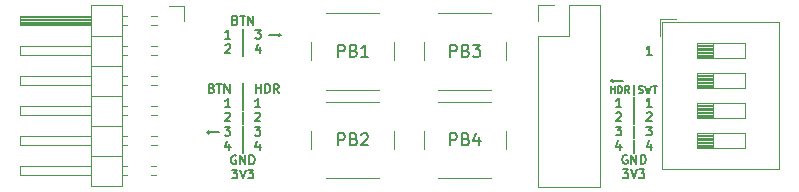
<source format=gto>
%TF.GenerationSoftware,KiCad,Pcbnew,6.0.4-6f826c9f35~116~ubuntu20.04.1*%
%TF.CreationDate,2022-04-18T14:11:44+07:00*%
%TF.ProjectId,pmod-thin-switches,706d6f64-2d74-4686-996e-2d7377697463,1.0*%
%TF.SameCoordinates,Original*%
%TF.FileFunction,Legend,Top*%
%TF.FilePolarity,Positive*%
%FSLAX46Y46*%
G04 Gerber Fmt 4.6, Leading zero omitted, Abs format (unit mm)*
G04 Created by KiCad (PCBNEW 6.0.4-6f826c9f35~116~ubuntu20.04.1) date 2022-04-18 14:11:44*
%MOMM*%
%LPD*%
G01*
G04 APERTURE LIST*
%ADD10C,0.150000*%
%ADD11C,0.187500*%
%ADD12C,0.120000*%
G04 APERTURE END LIST*
D10*
X126080000Y-111850000D02*
X125080000Y-111850000D01*
X119830000Y-120100000D02*
X120000000Y-119990000D01*
X154040000Y-115720000D02*
X154210000Y-115830000D01*
X126080000Y-111850000D02*
X125910000Y-111960000D01*
X126080000Y-111850000D02*
X125910000Y-111740000D01*
X119830000Y-120100000D02*
X120830000Y-120100000D01*
X154040000Y-115720000D02*
X155040000Y-115720000D01*
X154040000Y-115720000D02*
X154210000Y-115610000D01*
X119830000Y-120100000D02*
X120000000Y-120210000D01*
X154025714Y-116781428D02*
X154025714Y-116181428D01*
X154025714Y-116467142D02*
X154368571Y-116467142D01*
X154368571Y-116781428D02*
X154368571Y-116181428D01*
X154654285Y-116781428D02*
X154654285Y-116181428D01*
X154797142Y-116181428D01*
X154882857Y-116210000D01*
X154940000Y-116267142D01*
X154968571Y-116324285D01*
X154997142Y-116438571D01*
X154997142Y-116524285D01*
X154968571Y-116638571D01*
X154940000Y-116695714D01*
X154882857Y-116752857D01*
X154797142Y-116781428D01*
X154654285Y-116781428D01*
X155597142Y-116781428D02*
X155397142Y-116495714D01*
X155254285Y-116781428D02*
X155254285Y-116181428D01*
X155482857Y-116181428D01*
X155540000Y-116210000D01*
X155568571Y-116238571D01*
X155597142Y-116295714D01*
X155597142Y-116381428D01*
X155568571Y-116438571D01*
X155540000Y-116467142D01*
X155482857Y-116495714D01*
X155254285Y-116495714D01*
X155997142Y-116981428D02*
X155997142Y-116124285D01*
X156397142Y-116752857D02*
X156482857Y-116781428D01*
X156625714Y-116781428D01*
X156682857Y-116752857D01*
X156711428Y-116724285D01*
X156740000Y-116667142D01*
X156740000Y-116610000D01*
X156711428Y-116552857D01*
X156682857Y-116524285D01*
X156625714Y-116495714D01*
X156511428Y-116467142D01*
X156454285Y-116438571D01*
X156425714Y-116410000D01*
X156397142Y-116352857D01*
X156397142Y-116295714D01*
X156425714Y-116238571D01*
X156454285Y-116210000D01*
X156511428Y-116181428D01*
X156654285Y-116181428D01*
X156740000Y-116210000D01*
X156940000Y-116181428D02*
X157082857Y-116781428D01*
X157197142Y-116352857D01*
X157311428Y-116781428D01*
X157454285Y-116181428D01*
X157597142Y-116181428D02*
X157940000Y-116181428D01*
X157768571Y-116781428D02*
X157768571Y-116181428D01*
D11*
X157504285Y-113559285D02*
X157075714Y-113559285D01*
X157290000Y-113559285D02*
X157290000Y-112809285D01*
X157218571Y-112916428D01*
X157147142Y-112987857D01*
X157075714Y-113023571D01*
X154928571Y-117950535D02*
X154500000Y-117950535D01*
X154714285Y-117950535D02*
X154714285Y-117200535D01*
X154642857Y-117307678D01*
X154571428Y-117379107D01*
X154500000Y-117414821D01*
X156000000Y-118200535D02*
X156000000Y-117129107D01*
X157500000Y-117950535D02*
X157071428Y-117950535D01*
X157285714Y-117950535D02*
X157285714Y-117200535D01*
X157214285Y-117307678D01*
X157142857Y-117379107D01*
X157071428Y-117414821D01*
X154500000Y-118479464D02*
X154535714Y-118443750D01*
X154607142Y-118408035D01*
X154785714Y-118408035D01*
X154857142Y-118443750D01*
X154892857Y-118479464D01*
X154928571Y-118550892D01*
X154928571Y-118622321D01*
X154892857Y-118729464D01*
X154464285Y-119158035D01*
X154928571Y-119158035D01*
X156000000Y-119408035D02*
X156000000Y-118336607D01*
X157071428Y-118479464D02*
X157107142Y-118443750D01*
X157178571Y-118408035D01*
X157357142Y-118408035D01*
X157428571Y-118443750D01*
X157464285Y-118479464D01*
X157500000Y-118550892D01*
X157500000Y-118622321D01*
X157464285Y-118729464D01*
X157035714Y-119158035D01*
X157500000Y-119158035D01*
X154464285Y-119615535D02*
X154928571Y-119615535D01*
X154678571Y-119901250D01*
X154785714Y-119901250D01*
X154857142Y-119936964D01*
X154892857Y-119972678D01*
X154928571Y-120044107D01*
X154928571Y-120222678D01*
X154892857Y-120294107D01*
X154857142Y-120329821D01*
X154785714Y-120365535D01*
X154571428Y-120365535D01*
X154500000Y-120329821D01*
X154464285Y-120294107D01*
X156000000Y-120615535D02*
X156000000Y-119544107D01*
X157035714Y-119615535D02*
X157500000Y-119615535D01*
X157250000Y-119901250D01*
X157357142Y-119901250D01*
X157428571Y-119936964D01*
X157464285Y-119972678D01*
X157500000Y-120044107D01*
X157500000Y-120222678D01*
X157464285Y-120294107D01*
X157428571Y-120329821D01*
X157357142Y-120365535D01*
X157142857Y-120365535D01*
X157071428Y-120329821D01*
X157035714Y-120294107D01*
X154857142Y-121073035D02*
X154857142Y-121573035D01*
X154678571Y-120787321D02*
X154500000Y-121323035D01*
X154964285Y-121323035D01*
X156000000Y-121823035D02*
X156000000Y-120751607D01*
X157428571Y-121073035D02*
X157428571Y-121573035D01*
X157250000Y-120787321D02*
X157071428Y-121323035D01*
X157535714Y-121323035D01*
X155428571Y-122066250D02*
X155357142Y-122030535D01*
X155250000Y-122030535D01*
X155142857Y-122066250D01*
X155071428Y-122137678D01*
X155035714Y-122209107D01*
X155000000Y-122351964D01*
X155000000Y-122459107D01*
X155035714Y-122601964D01*
X155071428Y-122673392D01*
X155142857Y-122744821D01*
X155250000Y-122780535D01*
X155321428Y-122780535D01*
X155428571Y-122744821D01*
X155464285Y-122709107D01*
X155464285Y-122459107D01*
X155321428Y-122459107D01*
X155785714Y-122780535D02*
X155785714Y-122030535D01*
X156214285Y-122780535D01*
X156214285Y-122030535D01*
X156571428Y-122780535D02*
X156571428Y-122030535D01*
X156750000Y-122030535D01*
X156857142Y-122066250D01*
X156928571Y-122137678D01*
X156964285Y-122209107D01*
X157000000Y-122351964D01*
X157000000Y-122459107D01*
X156964285Y-122601964D01*
X156928571Y-122673392D01*
X156857142Y-122744821D01*
X156750000Y-122780535D01*
X156571428Y-122780535D01*
X155071428Y-123238035D02*
X155535714Y-123238035D01*
X155285714Y-123523750D01*
X155392857Y-123523750D01*
X155464285Y-123559464D01*
X155500000Y-123595178D01*
X155535714Y-123666607D01*
X155535714Y-123845178D01*
X155500000Y-123916607D01*
X155464285Y-123952321D01*
X155392857Y-123988035D01*
X155178571Y-123988035D01*
X155107142Y-123952321D01*
X155071428Y-123916607D01*
X155750000Y-123238035D02*
X156000000Y-123988035D01*
X156250000Y-123238035D01*
X156428571Y-123238035D02*
X156892857Y-123238035D01*
X156642857Y-123523750D01*
X156750000Y-123523750D01*
X156821428Y-123559464D01*
X156857142Y-123595178D01*
X156892857Y-123666607D01*
X156892857Y-123845178D01*
X156857142Y-123916607D01*
X156821428Y-123952321D01*
X156750000Y-123988035D01*
X156535714Y-123988035D01*
X156464285Y-123952321D01*
X156428571Y-123916607D01*
X120263571Y-116366428D02*
X120370714Y-116402142D01*
X120406428Y-116437857D01*
X120442142Y-116509285D01*
X120442142Y-116616428D01*
X120406428Y-116687857D01*
X120370714Y-116723571D01*
X120299285Y-116759285D01*
X120013571Y-116759285D01*
X120013571Y-116009285D01*
X120263571Y-116009285D01*
X120335000Y-116045000D01*
X120370714Y-116080714D01*
X120406428Y-116152142D01*
X120406428Y-116223571D01*
X120370714Y-116295000D01*
X120335000Y-116330714D01*
X120263571Y-116366428D01*
X120013571Y-116366428D01*
X120656428Y-116009285D02*
X121085000Y-116009285D01*
X120870714Y-116759285D02*
X120870714Y-116009285D01*
X121335000Y-116759285D02*
X121335000Y-116009285D01*
X121763571Y-116759285D01*
X121763571Y-116009285D01*
X122870714Y-117009285D02*
X122870714Y-115937857D01*
X123977857Y-116759285D02*
X123977857Y-116009285D01*
X123977857Y-116366428D02*
X124406428Y-116366428D01*
X124406428Y-116759285D02*
X124406428Y-116009285D01*
X124763571Y-116759285D02*
X124763571Y-116009285D01*
X124942142Y-116009285D01*
X125049285Y-116045000D01*
X125120714Y-116116428D01*
X125156428Y-116187857D01*
X125192142Y-116330714D01*
X125192142Y-116437857D01*
X125156428Y-116580714D01*
X125120714Y-116652142D01*
X125049285Y-116723571D01*
X124942142Y-116759285D01*
X124763571Y-116759285D01*
X125942142Y-116759285D02*
X125692142Y-116402142D01*
X125513571Y-116759285D02*
X125513571Y-116009285D01*
X125799285Y-116009285D01*
X125870714Y-116045000D01*
X125906428Y-116080714D01*
X125942142Y-116152142D01*
X125942142Y-116259285D01*
X125906428Y-116330714D01*
X125870714Y-116366428D01*
X125799285Y-116402142D01*
X125513571Y-116402142D01*
X121838571Y-112185535D02*
X121410000Y-112185535D01*
X121624285Y-112185535D02*
X121624285Y-111435535D01*
X121552857Y-111542678D01*
X121481428Y-111614107D01*
X121410000Y-111649821D01*
X122910000Y-112435535D02*
X122910000Y-111364107D01*
X123945714Y-111435535D02*
X124410000Y-111435535D01*
X124160000Y-111721250D01*
X124267142Y-111721250D01*
X124338571Y-111756964D01*
X124374285Y-111792678D01*
X124410000Y-111864107D01*
X124410000Y-112042678D01*
X124374285Y-112114107D01*
X124338571Y-112149821D01*
X124267142Y-112185535D01*
X124052857Y-112185535D01*
X123981428Y-112149821D01*
X123945714Y-112114107D01*
X121410000Y-112714464D02*
X121445714Y-112678750D01*
X121517142Y-112643035D01*
X121695714Y-112643035D01*
X121767142Y-112678750D01*
X121802857Y-112714464D01*
X121838571Y-112785892D01*
X121838571Y-112857321D01*
X121802857Y-112964464D01*
X121374285Y-113393035D01*
X121838571Y-113393035D01*
X122910000Y-113643035D02*
X122910000Y-112571607D01*
X124338571Y-112893035D02*
X124338571Y-113393035D01*
X124160000Y-112607321D02*
X123981428Y-113143035D01*
X124445714Y-113143035D01*
X121808571Y-117970535D02*
X121380000Y-117970535D01*
X121594285Y-117970535D02*
X121594285Y-117220535D01*
X121522857Y-117327678D01*
X121451428Y-117399107D01*
X121380000Y-117434821D01*
X122880000Y-118220535D02*
X122880000Y-117149107D01*
X124380000Y-117970535D02*
X123951428Y-117970535D01*
X124165714Y-117970535D02*
X124165714Y-117220535D01*
X124094285Y-117327678D01*
X124022857Y-117399107D01*
X123951428Y-117434821D01*
X121380000Y-118499464D02*
X121415714Y-118463750D01*
X121487142Y-118428035D01*
X121665714Y-118428035D01*
X121737142Y-118463750D01*
X121772857Y-118499464D01*
X121808571Y-118570892D01*
X121808571Y-118642321D01*
X121772857Y-118749464D01*
X121344285Y-119178035D01*
X121808571Y-119178035D01*
X122880000Y-119428035D02*
X122880000Y-118356607D01*
X123951428Y-118499464D02*
X123987142Y-118463750D01*
X124058571Y-118428035D01*
X124237142Y-118428035D01*
X124308571Y-118463750D01*
X124344285Y-118499464D01*
X124380000Y-118570892D01*
X124380000Y-118642321D01*
X124344285Y-118749464D01*
X123915714Y-119178035D01*
X124380000Y-119178035D01*
X121344285Y-119635535D02*
X121808571Y-119635535D01*
X121558571Y-119921250D01*
X121665714Y-119921250D01*
X121737142Y-119956964D01*
X121772857Y-119992678D01*
X121808571Y-120064107D01*
X121808571Y-120242678D01*
X121772857Y-120314107D01*
X121737142Y-120349821D01*
X121665714Y-120385535D01*
X121451428Y-120385535D01*
X121380000Y-120349821D01*
X121344285Y-120314107D01*
X122880000Y-120635535D02*
X122880000Y-119564107D01*
X123915714Y-119635535D02*
X124380000Y-119635535D01*
X124130000Y-119921250D01*
X124237142Y-119921250D01*
X124308571Y-119956964D01*
X124344285Y-119992678D01*
X124380000Y-120064107D01*
X124380000Y-120242678D01*
X124344285Y-120314107D01*
X124308571Y-120349821D01*
X124237142Y-120385535D01*
X124022857Y-120385535D01*
X123951428Y-120349821D01*
X123915714Y-120314107D01*
X121737142Y-121093035D02*
X121737142Y-121593035D01*
X121558571Y-120807321D02*
X121380000Y-121343035D01*
X121844285Y-121343035D01*
X122880000Y-121843035D02*
X122880000Y-120771607D01*
X124308571Y-121093035D02*
X124308571Y-121593035D01*
X124130000Y-120807321D02*
X123951428Y-121343035D01*
X124415714Y-121343035D01*
X122308571Y-122086250D02*
X122237142Y-122050535D01*
X122130000Y-122050535D01*
X122022857Y-122086250D01*
X121951428Y-122157678D01*
X121915714Y-122229107D01*
X121880000Y-122371964D01*
X121880000Y-122479107D01*
X121915714Y-122621964D01*
X121951428Y-122693392D01*
X122022857Y-122764821D01*
X122130000Y-122800535D01*
X122201428Y-122800535D01*
X122308571Y-122764821D01*
X122344285Y-122729107D01*
X122344285Y-122479107D01*
X122201428Y-122479107D01*
X122665714Y-122800535D02*
X122665714Y-122050535D01*
X123094285Y-122800535D01*
X123094285Y-122050535D01*
X123451428Y-122800535D02*
X123451428Y-122050535D01*
X123630000Y-122050535D01*
X123737142Y-122086250D01*
X123808571Y-122157678D01*
X123844285Y-122229107D01*
X123880000Y-122371964D01*
X123880000Y-122479107D01*
X123844285Y-122621964D01*
X123808571Y-122693392D01*
X123737142Y-122764821D01*
X123630000Y-122800535D01*
X123451428Y-122800535D01*
X121951428Y-123258035D02*
X122415714Y-123258035D01*
X122165714Y-123543750D01*
X122272857Y-123543750D01*
X122344285Y-123579464D01*
X122380000Y-123615178D01*
X122415714Y-123686607D01*
X122415714Y-123865178D01*
X122380000Y-123936607D01*
X122344285Y-123972321D01*
X122272857Y-124008035D01*
X122058571Y-124008035D01*
X121987142Y-123972321D01*
X121951428Y-123936607D01*
X122630000Y-123258035D02*
X122880000Y-124008035D01*
X123130000Y-123258035D01*
X123308571Y-123258035D02*
X123772857Y-123258035D01*
X123522857Y-123543750D01*
X123630000Y-123543750D01*
X123701428Y-123579464D01*
X123737142Y-123615178D01*
X123772857Y-123686607D01*
X123772857Y-123865178D01*
X123737142Y-123936607D01*
X123701428Y-123972321D01*
X123630000Y-124008035D01*
X123415714Y-124008035D01*
X123344285Y-123972321D01*
X123308571Y-123936607D01*
X122255000Y-110596428D02*
X122362142Y-110632142D01*
X122397857Y-110667857D01*
X122433571Y-110739285D01*
X122433571Y-110846428D01*
X122397857Y-110917857D01*
X122362142Y-110953571D01*
X122290714Y-110989285D01*
X122005000Y-110989285D01*
X122005000Y-110239285D01*
X122255000Y-110239285D01*
X122326428Y-110275000D01*
X122362142Y-110310714D01*
X122397857Y-110382142D01*
X122397857Y-110453571D01*
X122362142Y-110525000D01*
X122326428Y-110560714D01*
X122255000Y-110596428D01*
X122005000Y-110596428D01*
X122647857Y-110239285D02*
X123076428Y-110239285D01*
X122862142Y-110989285D02*
X122862142Y-110239285D01*
X123326428Y-110989285D02*
X123326428Y-110239285D01*
X123755000Y-110989285D01*
X123755000Y-110239285D01*
D10*
%TO.C,PB1*%
X130951904Y-113702380D02*
X130951904Y-112702380D01*
X131332857Y-112702380D01*
X131428095Y-112750000D01*
X131475714Y-112797619D01*
X131523333Y-112892857D01*
X131523333Y-113035714D01*
X131475714Y-113130952D01*
X131428095Y-113178571D01*
X131332857Y-113226190D01*
X130951904Y-113226190D01*
X132285238Y-113178571D02*
X132428095Y-113226190D01*
X132475714Y-113273809D01*
X132523333Y-113369047D01*
X132523333Y-113511904D01*
X132475714Y-113607142D01*
X132428095Y-113654761D01*
X132332857Y-113702380D01*
X131951904Y-113702380D01*
X131951904Y-112702380D01*
X132285238Y-112702380D01*
X132380476Y-112750000D01*
X132428095Y-112797619D01*
X132475714Y-112892857D01*
X132475714Y-112988095D01*
X132428095Y-113083333D01*
X132380476Y-113130952D01*
X132285238Y-113178571D01*
X131951904Y-113178571D01*
X133475714Y-113702380D02*
X132904285Y-113702380D01*
X133190000Y-113702380D02*
X133190000Y-112702380D01*
X133094761Y-112845238D01*
X132999523Y-112940476D01*
X132904285Y-112988095D01*
%TO.C,PB2*%
X130951904Y-121202380D02*
X130951904Y-120202380D01*
X131332857Y-120202380D01*
X131428095Y-120250000D01*
X131475714Y-120297619D01*
X131523333Y-120392857D01*
X131523333Y-120535714D01*
X131475714Y-120630952D01*
X131428095Y-120678571D01*
X131332857Y-120726190D01*
X130951904Y-120726190D01*
X132285238Y-120678571D02*
X132428095Y-120726190D01*
X132475714Y-120773809D01*
X132523333Y-120869047D01*
X132523333Y-121011904D01*
X132475714Y-121107142D01*
X132428095Y-121154761D01*
X132332857Y-121202380D01*
X131951904Y-121202380D01*
X131951904Y-120202380D01*
X132285238Y-120202380D01*
X132380476Y-120250000D01*
X132428095Y-120297619D01*
X132475714Y-120392857D01*
X132475714Y-120488095D01*
X132428095Y-120583333D01*
X132380476Y-120630952D01*
X132285238Y-120678571D01*
X131951904Y-120678571D01*
X132904285Y-120297619D02*
X132951904Y-120250000D01*
X133047142Y-120202380D01*
X133285238Y-120202380D01*
X133380476Y-120250000D01*
X133428095Y-120297619D01*
X133475714Y-120392857D01*
X133475714Y-120488095D01*
X133428095Y-120630952D01*
X132856666Y-121202380D01*
X133475714Y-121202380D01*
%TO.C,PB3*%
X140451904Y-113702380D02*
X140451904Y-112702380D01*
X140832857Y-112702380D01*
X140928095Y-112750000D01*
X140975714Y-112797619D01*
X141023333Y-112892857D01*
X141023333Y-113035714D01*
X140975714Y-113130952D01*
X140928095Y-113178571D01*
X140832857Y-113226190D01*
X140451904Y-113226190D01*
X141785238Y-113178571D02*
X141928095Y-113226190D01*
X141975714Y-113273809D01*
X142023333Y-113369047D01*
X142023333Y-113511904D01*
X141975714Y-113607142D01*
X141928095Y-113654761D01*
X141832857Y-113702380D01*
X141451904Y-113702380D01*
X141451904Y-112702380D01*
X141785238Y-112702380D01*
X141880476Y-112750000D01*
X141928095Y-112797619D01*
X141975714Y-112892857D01*
X141975714Y-112988095D01*
X141928095Y-113083333D01*
X141880476Y-113130952D01*
X141785238Y-113178571D01*
X141451904Y-113178571D01*
X142356666Y-112702380D02*
X142975714Y-112702380D01*
X142642380Y-113083333D01*
X142785238Y-113083333D01*
X142880476Y-113130952D01*
X142928095Y-113178571D01*
X142975714Y-113273809D01*
X142975714Y-113511904D01*
X142928095Y-113607142D01*
X142880476Y-113654761D01*
X142785238Y-113702380D01*
X142499523Y-113702380D01*
X142404285Y-113654761D01*
X142356666Y-113607142D01*
%TO.C,PB4*%
X140451904Y-121202380D02*
X140451904Y-120202380D01*
X140832857Y-120202380D01*
X140928095Y-120250000D01*
X140975714Y-120297619D01*
X141023333Y-120392857D01*
X141023333Y-120535714D01*
X140975714Y-120630952D01*
X140928095Y-120678571D01*
X140832857Y-120726190D01*
X140451904Y-120726190D01*
X141785238Y-120678571D02*
X141928095Y-120726190D01*
X141975714Y-120773809D01*
X142023333Y-120869047D01*
X142023333Y-121011904D01*
X141975714Y-121107142D01*
X141928095Y-121154761D01*
X141832857Y-121202380D01*
X141451904Y-121202380D01*
X141451904Y-120202380D01*
X141785238Y-120202380D01*
X141880476Y-120250000D01*
X141928095Y-120297619D01*
X141975714Y-120392857D01*
X141975714Y-120488095D01*
X141928095Y-120583333D01*
X141880476Y-120630952D01*
X141785238Y-120678571D01*
X141451904Y-120678571D01*
X142880476Y-120535714D02*
X142880476Y-121202380D01*
X142642380Y-120154761D02*
X142404285Y-120869047D01*
X143023333Y-120869047D01*
D12*
%TO.C,PB1*%
X134440000Y-110000000D02*
X129940000Y-110000000D01*
X129940000Y-116500000D02*
X134440000Y-116500000D01*
X128690000Y-112500000D02*
X128690000Y-114000000D01*
X135690000Y-114000000D02*
X135690000Y-112500000D01*
%TO.C,PB2*%
X128690000Y-120000000D02*
X128690000Y-121500000D01*
X135690000Y-121500000D02*
X135690000Y-120000000D01*
X129940000Y-124000000D02*
X134440000Y-124000000D01*
X134440000Y-117500000D02*
X129940000Y-117500000D01*
%TO.C,J1*%
X110000000Y-124680000D02*
X112660000Y-124680000D01*
X115597071Y-121190000D02*
X115142929Y-121190000D01*
X115597071Y-113570000D02*
X115142929Y-113570000D01*
X113057071Y-121190000D02*
X112660000Y-121190000D01*
X115597071Y-110270000D02*
X115142929Y-110270000D01*
X116640000Y-109380000D02*
X117910000Y-109380000D01*
X115597071Y-115350000D02*
X115142929Y-115350000D01*
X113057071Y-120430000D02*
X112660000Y-120430000D01*
X112660000Y-122080000D02*
X110000000Y-122080000D01*
X115597071Y-111030000D02*
X115142929Y-111030000D01*
X113057071Y-113570000D02*
X112660000Y-113570000D01*
X113057071Y-112810000D02*
X112660000Y-112810000D01*
X110000000Y-116110000D02*
X104000000Y-116110000D01*
X104000000Y-110270000D02*
X110000000Y-110270000D01*
X112660000Y-111920000D02*
X110000000Y-111920000D01*
X113057071Y-116110000D02*
X112660000Y-116110000D01*
X110000000Y-123730000D02*
X104000000Y-123730000D01*
X115530000Y-122970000D02*
X115142929Y-122970000D01*
X110000000Y-110490000D02*
X104000000Y-110490000D01*
X113057071Y-118650000D02*
X112660000Y-118650000D01*
X112660000Y-119540000D02*
X110000000Y-119540000D01*
X110000000Y-110610000D02*
X104000000Y-110610000D01*
X104000000Y-116110000D02*
X104000000Y-115350000D01*
X115597071Y-116110000D02*
X115142929Y-116110000D01*
X113057071Y-122970000D02*
X112660000Y-122970000D01*
X104000000Y-118650000D02*
X104000000Y-117890000D01*
X113057071Y-123730000D02*
X112660000Y-123730000D01*
X113057071Y-117890000D02*
X112660000Y-117890000D01*
X112660000Y-109320000D02*
X110000000Y-109320000D01*
X104000000Y-122970000D02*
X110000000Y-122970000D01*
X113057071Y-115350000D02*
X112660000Y-115350000D01*
X115597071Y-112810000D02*
X115142929Y-112810000D01*
X104000000Y-111030000D02*
X104000000Y-110270000D01*
X113057071Y-111030000D02*
X112660000Y-111030000D01*
X115597071Y-117890000D02*
X115142929Y-117890000D01*
X110000000Y-110850000D02*
X104000000Y-110850000D01*
X104000000Y-123730000D02*
X104000000Y-122970000D01*
X110000000Y-113570000D02*
X104000000Y-113570000D01*
X110000000Y-118650000D02*
X104000000Y-118650000D01*
X104000000Y-121190000D02*
X104000000Y-120430000D01*
X110000000Y-109320000D02*
X110000000Y-124680000D01*
X104000000Y-113570000D02*
X104000000Y-112810000D01*
X112660000Y-124680000D02*
X112660000Y-109320000D01*
X115597071Y-118650000D02*
X115142929Y-118650000D01*
X117910000Y-109380000D02*
X117910000Y-110650000D01*
X104000000Y-112810000D02*
X110000000Y-112810000D01*
X115530000Y-123730000D02*
X115142929Y-123730000D01*
X110000000Y-111030000D02*
X104000000Y-111030000D01*
X110000000Y-110730000D02*
X104000000Y-110730000D01*
X110000000Y-110970000D02*
X104000000Y-110970000D01*
X112660000Y-114460000D02*
X110000000Y-114460000D01*
X115597071Y-120430000D02*
X115142929Y-120430000D01*
X110000000Y-110370000D02*
X104000000Y-110370000D01*
X104000000Y-117890000D02*
X110000000Y-117890000D01*
X104000000Y-120430000D02*
X110000000Y-120430000D01*
X113057071Y-110270000D02*
X112660000Y-110270000D01*
X110000000Y-121190000D02*
X104000000Y-121190000D01*
X112660000Y-117000000D02*
X110000000Y-117000000D01*
X104000000Y-115350000D02*
X110000000Y-115350000D01*
%TO.C,J2*%
X147910000Y-111950000D02*
X147910000Y-124710000D01*
X147910000Y-124710000D02*
X153110000Y-124710000D01*
X153110000Y-109350000D02*
X153110000Y-124710000D01*
X150510000Y-111950000D02*
X150510000Y-109350000D01*
X147910000Y-111950000D02*
X150510000Y-111950000D01*
X147910000Y-110680000D02*
X147910000Y-109350000D01*
X147910000Y-109350000D02*
X149240000Y-109350000D01*
X150510000Y-109350000D02*
X153110000Y-109350000D01*
%TO.C,SW1*%
X161330000Y-120185000D02*
X161330000Y-121455000D01*
X161330000Y-118005000D02*
X162683333Y-118005000D01*
X161330000Y-116375000D02*
X165390000Y-116375000D01*
X162683333Y-115105000D02*
X162683333Y-116375000D01*
X158410000Y-123240000D02*
X168310000Y-123240000D01*
X161330000Y-116065000D02*
X162683333Y-116065000D01*
X161330000Y-120905000D02*
X162683333Y-120905000D01*
X165390000Y-121455000D02*
X165390000Y-120185000D01*
X161330000Y-120785000D02*
X162683333Y-120785000D01*
X165390000Y-115105000D02*
X161330000Y-115105000D01*
X165390000Y-120185000D02*
X161330000Y-120185000D01*
X161330000Y-113045000D02*
X162683333Y-113045000D01*
X158170000Y-110540000D02*
X159554000Y-110540000D01*
X158410000Y-110780000D02*
X158410000Y-123240000D01*
X161330000Y-120425000D02*
X162683333Y-120425000D01*
X165390000Y-117645000D02*
X161330000Y-117645000D01*
X161330000Y-117645000D02*
X161330000Y-118915000D01*
X161330000Y-112925000D02*
X162683333Y-112925000D01*
X161330000Y-115585000D02*
X162683333Y-115585000D01*
X161330000Y-121265000D02*
X162683333Y-121265000D01*
X161330000Y-121385000D02*
X162683333Y-121385000D01*
X161330000Y-115945000D02*
X162683333Y-115945000D01*
X161330000Y-120665000D02*
X162683333Y-120665000D01*
X158170000Y-110540000D02*
X158170000Y-111923000D01*
X161330000Y-115105000D02*
X161330000Y-116375000D01*
X161330000Y-113835000D02*
X165390000Y-113835000D01*
X162683333Y-112565000D02*
X162683333Y-113835000D01*
X161330000Y-112685000D02*
X162683333Y-112685000D01*
X161330000Y-117765000D02*
X162683333Y-117765000D01*
X161330000Y-121025000D02*
X162683333Y-121025000D01*
X161330000Y-113165000D02*
X162683333Y-113165000D01*
X161330000Y-112805000D02*
X162683333Y-112805000D01*
X161330000Y-118365000D02*
X162683333Y-118365000D01*
X161330000Y-118915000D02*
X165390000Y-118915000D01*
X161330000Y-115825000D02*
X162683333Y-115825000D01*
X161330000Y-115345000D02*
X162683333Y-115345000D01*
X161330000Y-113405000D02*
X162683333Y-113405000D01*
X161330000Y-118125000D02*
X162683333Y-118125000D01*
X161330000Y-113765000D02*
X162683333Y-113765000D01*
X161330000Y-120545000D02*
X162683333Y-120545000D01*
X165390000Y-112565000D02*
X161330000Y-112565000D01*
X161330000Y-112565000D02*
X161330000Y-113835000D01*
X161330000Y-118605000D02*
X162683333Y-118605000D01*
X162683333Y-120185000D02*
X162683333Y-121455000D01*
X165390000Y-113835000D02*
X165390000Y-112565000D01*
X165390000Y-118915000D02*
X165390000Y-117645000D01*
X161330000Y-121145000D02*
X162683333Y-121145000D01*
X161330000Y-113645000D02*
X162683333Y-113645000D01*
X161330000Y-118725000D02*
X162683333Y-118725000D01*
X168310000Y-110780000D02*
X168310000Y-123240000D01*
X161330000Y-116305000D02*
X162683333Y-116305000D01*
X161330000Y-120305000D02*
X162683333Y-120305000D01*
X161330000Y-118845000D02*
X162683333Y-118845000D01*
X161330000Y-115465000D02*
X162683333Y-115465000D01*
X161330000Y-113285000D02*
X162683333Y-113285000D01*
X161330000Y-118245000D02*
X162683333Y-118245000D01*
X161330000Y-118485000D02*
X162683333Y-118485000D01*
X162683333Y-117645000D02*
X162683333Y-118915000D01*
X161330000Y-115225000D02*
X162683333Y-115225000D01*
X161330000Y-113525000D02*
X162683333Y-113525000D01*
X165390000Y-116375000D02*
X165390000Y-115105000D01*
X161330000Y-115705000D02*
X162683333Y-115705000D01*
X161330000Y-117885000D02*
X162683333Y-117885000D01*
X161330000Y-116185000D02*
X162683333Y-116185000D01*
X161330000Y-121455000D02*
X165390000Y-121455000D01*
X158410000Y-110780000D02*
X168310000Y-110780000D01*
%TO.C,PB3*%
X145190000Y-114000000D02*
X145190000Y-112500000D01*
X139440000Y-116500000D02*
X143940000Y-116500000D01*
X138190000Y-112500000D02*
X138190000Y-114000000D01*
X143940000Y-110000000D02*
X139440000Y-110000000D01*
%TO.C,PB4*%
X143940000Y-117500000D02*
X139440000Y-117500000D01*
X145190000Y-121500000D02*
X145190000Y-120000000D01*
X139440000Y-124000000D02*
X143940000Y-124000000D01*
X138190000Y-120000000D02*
X138190000Y-121500000D01*
%TD*%
M02*

</source>
